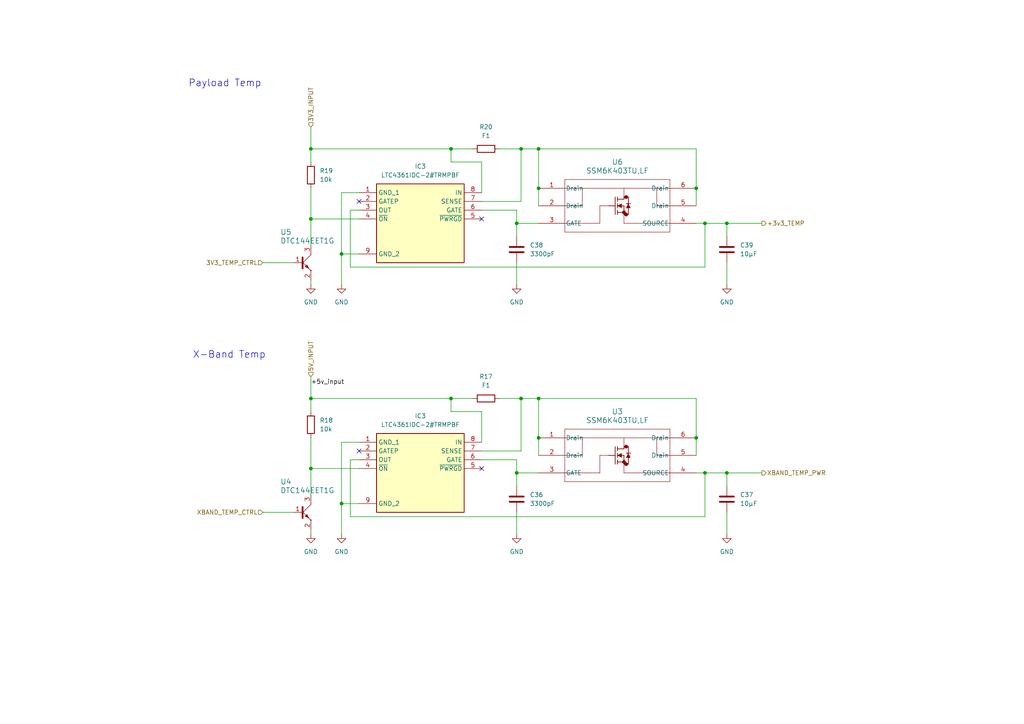
<source format=kicad_sch>
(kicad_sch (version 20230121) (generator eeschema)
  (paper "A4")
  (title_block (title "VERTECS CCB - Temperature Sensor Power Supply") (date "2024-05-28") (rev "1.3") (company "Kyushu Institute of Technology") (comment 1 "See KITUSNE CCB schematic for reference") (comment 2 "Payload Temp OCP set to 1A") (comment 3 "X-Band Temp OCP set to 1A"))
  (lib_symbols
    (symbol "Device:C" (pin_numbers hide) (pin_names (offset 0.254))
      (property "Reference" "C" (at 0.635 2.54 0))
      (property "Value" "C" (at 0.635 -2.54 0))
      (symbol "C_0_1"
        (polyline (pts (xy -2.032 -0.762) (xy 2.032 -0.762)) (stroke (width 0.508)))
        (polyline (pts (xy -2.032 0.762) (xy 2.032 0.762)) (stroke (width 0.508)))
      )
      (symbol "C_1_1"
        (pin passive line (at 0 3.81 270) (length 2.794) (name "~") (number "1"))
        (pin passive line (at 0 -3.81 90) (length 2.794) (name "~") (number "2"))
      )
    )
    (symbol "Device:R" (pin_numbers hide) (pin_names (offset 0))
      (property "Reference" "R" (at 2.032 0 90))
      (property "Value" "R" (at 0 0 90))
      (symbol "R_0_1"
        (rectangle (start -1.016 -2.54) (end 1.016 2.54) (stroke (width 0.254)))
      )
      (symbol "R_1_1"
        (pin passive line (at 0 3.81 270) (length 1.27) (name "~") (number "1"))
        (pin passive line (at 0 -3.81 90) (length 1.27) (name "~") (number "2"))
      )
    )
    (symbol "LTC4361IDC-2#TRMPBF_1"
      (property "Reference" "IC4" (at 17.78 7.62 0))
      (property "Value" "LTC4361IDC-2#TRMPBF" (at 17.78 5.08 0))
      (symbol "LTC4361IDC-2#TRMPBF_1_1_1"
        (rectangle (start 5.08 2.54) (end 30.48 -20.32) (stroke (width 0.254)) (fill (type background)))
        (pin passive line (at 0 0 0) (length 5.08) (name "GND_1") (number "1"))
        (pin passive line (at 0 -2.54 0) (length 5.08) (name "GATEP") (number "2"))
        (pin passive line (at 0 -5.08 0) (length 5.08) (name "OUT") (number "3"))
        (pin passive line (at 0 -7.62 0) (length 5.08) (name "~{ON}") (number "4"))
        (pin passive line (at 35.56 -7.62 180) (length 5.08) (name "~{PWRGD}") (number "5"))
        (pin passive line (at 35.56 -5.08 180) (length 5.08) (name "GATE") (number "6"))
        (pin passive line (at 35.56 -2.54 180) (length 5.08) (name "SENSE") (number "7"))
        (pin passive line (at 35.56 0 180) (length 5.08) (name "IN") (number "8"))
        (pin passive line (at 0 -17.78 0) (length 5.08) (name "GND_2") (number "9"))
      )
    )
    (symbol "VERTECS_CCB_Library:DTC144EET1G" (pin_names (offset 0.254))
      (property "Reference" "U" (at 25.4 10.16 0))
      (property "Value" "DTC144EET1G" (at 25.4 7.62 0))
      (symbol "DTC144EET1G_0_1"
        (polyline (pts (xy 2.54 -0.254) (xy 5.08 2.286)))
        (polyline (pts (xy 2.667 1.524) (xy 2.667 -1.651)) (stroke (width 0.508)) (fill (type outline)))
        (polyline (pts (xy 5.08 2.286) (xy 5.08 2.54)))
        (polyline (pts (xy 5.08 -2.286) (xy 2.54 0.254) (xy 2.54 0.254)))
        (polyline (pts (xy 3.429 -1.143) (xy 3.937 -0.635) (xy 4.445 -1.651) (xy 3.429 -1.143)) (fill (type outline)))
        (circle (center 5.08 -2.286) (radius 0.127))
      )
      (symbol "DTC144EET1G_1_1"
        (pin input line (at 0 0 0) (length 2.54) (name "") (number "1"))
        (pin passive line (at 5.08 -5.08 90) (length 2.54) (name "") (number "2"))
        (pin passive line (at 5.08 5.08 270) (length 2.54) (name "") (number "3"))
      )
    )
    (symbol "VERTECS_CCB_Library:SSM6K411TUTE85L_F" (pin_names (offset 0.254))
      (property "Reference" "U" (at 22.86 10.16 0))
      (property "Value" "SSM6K411TUTE85L_F" (at 22.86 7.62 0))
      (symbol "SSM6K411TUTE85L_F_0_1"
        (polyline (pts (xy 7.62 -10.16) (xy 38.1 -10.16)) (stroke (width 0.127)))
        (polyline (pts (xy 7.62 -7.62) (xy 17.78 -7.62)) (stroke (width 0.127)))
        (polyline (pts (xy 7.62 -2.54) (xy 12.7 -2.54)) (stroke (width 0.127)))
        (polyline (pts (xy 7.62 2.54) (xy 38.1 2.54)) (stroke (width 0.127)))
        (polyline (pts (xy 7.62 5.08) (xy 7.62 -10.16)) (stroke (width 0.127)))
        (polyline (pts (xy 12.7 -2.54) (xy 12.7 2.54)) (stroke (width 0.127)))
        (polyline (pts (xy 17.78 -7.62) (xy 17.78 -2.54)) (stroke (width 0.127)))
        (polyline (pts (xy 17.78 -2.54) (xy 20.32 -2.54)) (stroke (width 0.127)))
        (polyline (pts (xy 20.32 -2.54) (xy 22.225 -2.54)) (stroke (width 0.2032)))
        (polyline (pts (xy 22.225 -5.08) (xy 22.225 0)) (stroke (width 0.2032)))
        (polyline (pts (xy 22.86 -5.08) (xy 22.86 -3.81)) (stroke (width 0.2032)))
        (polyline (pts (xy 22.86 -4.445) (xy 24.765 -4.445)) (stroke (width 0.2032)))
        (polyline (pts (xy 22.86 -3.175) (xy 22.86 -1.905)) (stroke (width 0.2032)))
        (polyline (pts (xy 22.86 -1.27) (xy 22.86 0)) (stroke (width 0.2032)))
        (polyline (pts (xy 22.86 -0.635) (xy 24.765 -0.635)) (stroke (width 0.2032)))
        (polyline (pts (xy 24.13 -2.54) (xy 24.765 -2.54)) (stroke (width 0.2032)))
        (polyline (pts (xy 24.765 -5.08) (xy 24.765 -7.62)) (stroke (width 0.127)))
        (polyline (pts (xy 24.765 -5.08) (xy 24.765 -2.54)) (stroke (width 0.2032)))
        (polyline (pts (xy 24.765 -5.08) (xy 26.035 -5.08)) (stroke (width 0.2032)))
        (polyline (pts (xy 24.765 -0.635) (xy 24.765 0)) (stroke (width 0.2032)))
        (polyline (pts (xy 24.765 0) (xy 24.765 2.54)) (stroke (width 0.127)))
        (polyline (pts (xy 24.765 0) (xy 26.035 0)) (stroke (width 0.2032)))
        (polyline (pts (xy 26.035 -5.08) (xy 26.035 -3.175)) (stroke (width 0.2032)))
        (polyline (pts (xy 26.035 -1.905) (xy 26.035 0)) (stroke (width 0.2032)))
        (polyline (pts (xy 26.67 -1.905) (xy 25.4 -1.905)) (stroke (width 0.2032)))
        (polyline (pts (xy 34.29 -2.54) (xy 34.29 2.54)) (stroke (width 0.127)))
        (polyline (pts (xy 38.1 -10.16) (xy 38.1 5.08)) (stroke (width 0.127)))
        (polyline (pts (xy 38.1 -7.62) (xy 24.765 -7.62)) (stroke (width 0.127)))
        (polyline (pts (xy 38.1 -2.54) (xy 34.29 -2.54)) (stroke (width 0.127)))
        (polyline (pts (xy 38.1 5.08) (xy 7.62 5.08)) (stroke (width 0.127)))
        (polyline (pts (xy 24.13 -1.905) (xy 22.86 -2.54) (xy 24.13 -3.175)) (stroke (width 0.0254)) (fill (type outline)))
        (polyline (pts (xy 26.67 -3.175) (xy 25.4 -3.175) (xy 26.035 -1.905)) (stroke (width 0.0254)) (fill (type outline)))
        (circle (center 24.765 -4.445) (radius 0.0254) (stroke (width 0.508)))
        (circle (center 25.4 -5.08) (radius 0.0254) (stroke (width 0.508)))
        (circle (center 25.4 0) (radius 0.0254) (stroke (width 0.508)))
        (pin unspecified line (at 0 2.54 0) (length 7.62) (name "Drain") (number "1"))
        (pin unspecified line (at 0 -2.54 0) (length 7.62) (name "Drain") (number "2"))
        (pin unspecified line (at 0 -7.62 0) (length 7.62) (name "GATE") (number "3"))
        (pin unspecified line (at 45.72 -7.62 180) (length 7.62) (name "SOURCE") (number "4"))
        (pin unspecified line (at 45.72 -2.54 180) (length 7.62) (name "Drain") (number "5"))
        (pin unspecified line (at 45.72 2.54 180) (length 7.62) (name "Drain") (number "6"))
      )
    )
    (symbol "power:GND" (power) (pin_names (offset 0))
      (property "Value" "GND" (at 0 -3.81 0))
      (symbol "GND_0_1"
        (polyline (pts (xy 0 0) (xy 0 -1.27) (xy 1.27 -1.27) (xy 0 -2.54) (xy -1.27 -1.27) (xy 0 -1.27)))
      )
      (symbol "GND_1_1"
        (pin power_in line (at 0 0 270) (length 0) hide (name "GND") (number "1"))
      )
    )
  )
  (junction (at 99.06 73.66))
  (junction (at 156.21 127))
  (junction (at 210.82 137.16))
  (junction (at 201.93 54.61))
  (junction (at 90.17 115.57))
  (junction (at 130.81 43.18))
  (junction (at 210.82 64.77))
  (junction (at 156.21 43.18))
  (junction (at 99.06 146.05))
  (junction (at 90.17 135.89))
  (junction (at 151.13 43.18))
  (junction (at 204.47 137.16))
  (junction (at 149.86 137.16))
  (junction (at 149.86 64.77))
  (junction (at 204.47 64.77))
  (junction (at 156.21 54.61))
  (junction (at 151.13 115.57))
  (junction (at 156.21 115.57))
  (junction (at 201.93 127))
  (junction (at 130.81 115.57))
  (junction (at 90.17 43.18))
  (junction (at 90.17 63.5))
  (no_connect (at 139.7 135.89))
  (no_connect (at 104.14 130.81))
  (no_connect (at 139.7 63.5))
  (no_connect (at 104.14 58.42))
  (wire (pts (xy 99.06 128.27) (xy 99.06 146.05)))
  (wire (pts (xy 149.86 137.16) (xy 149.86 140.97)))
  (wire (pts (xy 149.86 76.2) (xy 149.86 82.55)))
  (wire (pts (xy 201.93 54.61) (xy 201.93 59.69)))
  (wire (pts (xy 156.21 43.18) (xy 156.21 54.61)))
  (wire (pts (xy 210.82 148.59) (xy 210.82 154.94)))
  (wire (pts (xy 90.17 63.5) (xy 90.17 71.12)))
  (wire (pts (xy 144.78 43.18) (xy 151.13 43.18)))
  (wire (pts (xy 101.6 133.35) (xy 104.14 133.35)))
  (wire (pts (xy 90.17 54.61) (xy 90.17 63.5)))
  (wire (pts (xy 144.78 115.57) (xy 151.13 115.57)))
  (wire (pts (xy 210.82 137.16) (xy 210.82 140.97)))
  (wire (pts (xy 90.17 109.22) (xy 90.17 115.57)))
  (wire (pts (xy 99.06 146.05) (xy 104.14 146.05)))
  (wire (pts (xy 149.86 64.77) (xy 149.86 68.58)))
  (wire (pts (xy 76.2 76.2) (xy 85.09 76.2)))
  (wire (pts (xy 101.6 149.86) (xy 101.6 133.35)))
  (wire (pts (xy 90.17 81.28) (xy 90.17 82.55)))
  (wire (pts (xy 201.93 64.77) (xy 204.47 64.77)))
  (wire (pts (xy 201.93 54.61) (xy 201.93 43.18)))
  (wire (pts (xy 210.82 137.16) (xy 220.98 137.16)))
  (wire (pts (xy 139.7 128.27) (xy 139.7 119.38)))
  (wire (pts (xy 149.86 60.96) (xy 149.86 64.77)))
  (wire (pts (xy 204.47 137.16) (xy 204.47 149.86)))
  (wire (pts (xy 101.6 77.47) (xy 101.6 60.96)))
  (wire (pts (xy 90.17 43.18) (xy 130.81 43.18)))
  (wire (pts (xy 90.17 153.67) (xy 90.17 154.94)))
  (wire (pts (xy 151.13 130.81) (xy 151.13 115.57)))
  (wire (pts (xy 210.82 64.77) (xy 210.82 68.58)))
  (wire (pts (xy 139.7 133.35) (xy 149.86 133.35)))
  (wire (pts (xy 156.21 54.61) (xy 156.21 59.69)))
  (wire (pts (xy 130.81 119.38) (xy 130.81 115.57)))
  (wire (pts (xy 130.81 46.99) (xy 130.81 43.18)))
  (wire (pts (xy 204.47 149.86) (xy 101.6 149.86)))
  (wire (pts (xy 130.81 115.57) (xy 137.16 115.57)))
  (wire (pts (xy 149.86 133.35) (xy 149.86 137.16)))
  (wire (pts (xy 104.14 63.5) (xy 90.17 63.5)))
  (wire (pts (xy 76.2 148.59) (xy 85.09 148.59)))
  (wire (pts (xy 90.17 135.89) (xy 90.17 143.51)))
  (wire (pts (xy 151.13 43.18) (xy 156.21 43.18)))
  (wire (pts (xy 201.93 127) (xy 201.93 132.08)))
  (wire (pts (xy 139.7 58.42) (xy 151.13 58.42)))
  (wire (pts (xy 104.14 55.88) (xy 99.06 55.88)))
  (wire (pts (xy 99.06 55.88) (xy 99.06 73.66)))
  (wire (pts (xy 139.7 119.38) (xy 130.81 119.38)))
  (wire (pts (xy 149.86 148.59) (xy 149.86 154.94)))
  (wire (pts (xy 104.14 128.27) (xy 99.06 128.27)))
  (wire (pts (xy 101.6 60.96) (xy 104.14 60.96)))
  (wire (pts (xy 99.06 73.66) (xy 104.14 73.66)))
  (wire (pts (xy 139.7 46.99) (xy 130.81 46.99)))
  (wire (pts (xy 99.06 146.05) (xy 99.06 154.94)))
  (wire (pts (xy 204.47 77.47) (xy 101.6 77.47)))
  (wire (pts (xy 210.82 64.77) (xy 220.98 64.77)))
  (wire (pts (xy 90.17 43.18) (xy 90.17 46.99)))
  (wire (pts (xy 151.13 115.57) (xy 156.21 115.57)))
  (wire (pts (xy 130.81 43.18) (xy 137.16 43.18)))
  (wire (pts (xy 149.86 64.77) (xy 156.21 64.77)))
  (wire (pts (xy 90.17 127) (xy 90.17 135.89)))
  (wire (pts (xy 139.7 55.88) (xy 139.7 46.99)))
  (wire (pts (xy 151.13 58.42) (xy 151.13 43.18)))
  (wire (pts (xy 201.93 137.16) (xy 204.47 137.16)))
  (wire (pts (xy 149.86 137.16) (xy 156.21 137.16)))
  (wire (pts (xy 90.17 36.83) (xy 90.17 43.18)))
  (wire (pts (xy 201.93 43.18) (xy 156.21 43.18)))
  (wire (pts (xy 156.21 127) (xy 156.21 132.08)))
  (wire (pts (xy 99.06 73.66) (xy 99.06 82.55)))
  (wire (pts (xy 201.93 115.57) (xy 156.21 115.57)))
  (wire (pts (xy 156.21 115.57) (xy 156.21 127)))
  (wire (pts (xy 139.7 130.81) (xy 151.13 130.81)))
  (wire (pts (xy 90.17 115.57) (xy 90.17 119.38)))
  (wire (pts (xy 139.7 60.96) (xy 149.86 60.96)))
  (wire (pts (xy 201.93 127) (xy 201.93 115.57)))
  (wire (pts (xy 204.47 137.16) (xy 210.82 137.16)))
  (wire (pts (xy 90.17 115.57) (xy 130.81 115.57)))
  (wire (pts (xy 104.14 135.89) (xy 90.17 135.89)))
  (wire (pts (xy 210.82 76.2) (xy 210.82 82.55)))
  (wire (pts (xy 204.47 64.77) (xy 204.47 77.47)))
  (wire (pts (xy 204.47 64.77) (xy 210.82 64.77)))
  (text "X-Band Temp" (at 55.88 104.14 0) (effects (font (size 2 2)) (justify left bottom)))
  (text "Payload Temp" (at 54.61 25.4 0) (effects (font (size 2 2)) (justify left bottom)))
  (label "+5v_input" (at 90.17 111.76 0))
  (hierarchical_label "XBAND_TEMP_PWR" (shape output) (at 220.98 137.16 0))
  (hierarchical_label "XBAND_TEMP_CTRL" (shape input) (at 76.2 148.59 180))
  (hierarchical_label "3V3_TEMP_CTRL" (shape input) (at 76.2 76.2 180))
  (hierarchical_label "5V_INPUT" (shape input) (at 90.17 109.22 90))
  (hierarchical_label "+3v3_TEMP" (shape output) (at 220.98 64.77 0))
  (hierarchical_label "3V3_INPUT" (shape input) (at 90.17 36.83 90))
  (symbol (lib_id "Device:R") (at 140.97 115.57 90) (unit 1)
    (property "Reference" "R17" (at 140.97 109.22 90))
    (property "Value" "F1" (at 140.97 111.76 90))
    (property "Footprint" "Resistor_SMD:R_0805_2012Metric" (effects hide))
    (property "Datasheet" "https://www.koaspeer.com/catimages/Products/SR73-RT/SR73-RT.pdf" (effects hide))
    (property "Manufacturer_Name" "KOA" (effects hide))
    (property "Manufacturer_Part_Number" "SR732ARTTD1R00F" (effects hide))
    (property "Mouser Part Number" "660-SR732ARTTD1R00F" (effects hide))
    (property "Mouser Price/Stock" "https://www.mouser.jp/ProductDetail/KOA-Speer/SR732ARTTD1R00F?qs=u4fy%2FsgLU9OR6jmMaJjN%2Fw%3D%3D" (effects hide))
    (instances (project "VERTECS_CCB_A" (path "" (reference "R17") (unit 1)) (path "" (reference "R34") (unit 1)) (path "" (reference "R62") (unit 1))))
  )
  (symbol (lib_id "power:GND") (at 99.06 154.94 0) (unit 1)
    (property "Reference" "#PWR043" (effects hide))
    (property "Value" "GND" (at 99.06 160.02 0))
    (instances (project "VERTECS_CCB_A" (path "" (reference "#PWR043") (unit 1)) (path "" (reference "#PWR067") (unit 1)) (path "" (reference "#PWR096") (unit 1))))
  )
  (symbol (lib_name "LTC4361IDC-2#TRMPBF_1") (lib_id "VERTECS_CCB_Library:LTC4361IDC-2#TRMPBF") (at 104.14 128.27 0) (unit 1)
    (property "Reference" "IC3" (at 121.92 120.65 0))
    (property "Value" "LTC4361IDC-2#TRMPBF" (at 121.92 123.19 0))
    (property "Footprint" "Package_DFN_QFN:DFN-8-1EP_2x2mm_P0.5mm_EP0.8x1.6mm" (effects hide))
    (property "Datasheet" "https://www.analog.com/media/en/technical-documentation/data-sheets/ltc4361-1-4361-2.pdf" (effects hide))
    (property "Height" "0.8" (effects hide))
    (property "Mouser Part Number" "584-C4361IDC-2TRMPBF" (effects hide))
    (property "Mouser Price/Stock" "https://www.mouser.co.uk/ProductDetail/Analog-Devices/LTC4361IDC-2TRMPBF?qs=hVkxg5c3xu8HFOGoKycDRQ%3D%3D" (effects hide))
    (property "Manufacturer_Name" "Analog Devices" (effects hide))
    (property "Manufacturer_Part_Number" "LTC4361IDC-2#TRMPBF" (effects hide))
    (instances (project "VERTECS_CCB_A" (path "" (reference "IC3") (unit 1)) (path "" (reference "IC4") (unit 1)) (path "" (reference "IC6") (unit 1))))
  )
  (symbol (lib_id "power:GND") (at 99.06 82.55 0) (unit 1)
    (property "Reference" "#PWR048" (effects hide))
    (property "Value" "GND" (at 99.06 87.63 0))
    (instances (project "VERTECS_CCB_A" (path "" (reference "#PWR048") (unit 1)) (path "" (reference "#PWR043") (unit 1)) (path "" (reference "#PWR092") (unit 1))))
  )
  (symbol (lib_id "Device:C") (at 210.82 144.78 0) (unit 1)
    (property "Reference" "C37" (at 214.63 143.51 0) (effects (justify left)))
    (property "Value" "10µF" (at 214.63 146.05 0) (effects (justify left)))
    (property "Footprint" "Resistor_SMD:R_0402_1005Metric" (effects hide))
    (property "Datasheet" "https://www.mouser.com/datasheet/2/281/1/GRM155R61A106ME11_01A-1983731.pdf" (effects hide))
    (property "Manufacturer_Name" "MURATA" (effects hide))
    (property "Manufacturer_Part_Number" "GRM155R61A106M" (effects hide))
    (property "Mouser Part Number" "81-GRM155R61A106ME1D" (effects hide))
    (property "Mouser Price/Stock" "https://www.mouser.com/ProductDetail/Murata-Electronics/GRM155R61A106ME11D?qs=xZ%2FP%252Ba9zWqZMJSi57Q8OyA%3D%3D" (effects hide))
    (instances (project "VERTECS_CCB_A" (path "" (reference "C37") (unit 1)) (path "" (reference "C42") (unit 1)) (path "" (reference "C62") (unit 1))))
  )
  (symbol (lib_id "power:GND") (at 210.82 82.55 0) (unit 1)
    (property "Reference" "#PWR050" (effects hide))
    (property "Value" "GND" (at 210.82 87.63 0))
    (instances (project "VERTECS_CCB_A" (path "" (reference "#PWR050") (unit 1)) (path "" (reference "#PWR047") (unit 1)) (path "" (reference "#PWR094") (unit 1))))
  )
  (symbol (lib_id "Device:R") (at 90.17 50.8 0) (unit 1)
    (property "Reference" "R19" (at 92.71 49.53 0) (effects (justify left)))
    (property "Value" "10k" (at 92.71 52.07 0) (effects (justify left)))
    (property "Footprint" "Resistor_SMD:R_0402_1005Metric" (effects hide))
    (property "Manufacturer_Name" "KOA" (effects hide))
    (property "Manufacturer_Part_Number" "RK73H1ETTP1002F" (effects hide))
    (instances (project "VERTECS_CCB_A" (path "" (reference "R19") (unit 1)) (path "" (reference "R17") (unit 1)) (path "" (reference "R61") (unit 1))))
  )
  (symbol (lib_name "LTC4361IDC-2#TRMPBF_1") (lib_id "VERTECS_CCB_Library:LTC4361IDC-2#TRMPBF") (at 104.14 55.88 0) (unit 1)
    (property "Reference" "IC3" (at 121.92 48.26 0))
    (property "Value" "LTC4361IDC-2#TRMPBF" (at 121.92 50.8 0))
    (property "Footprint" "Package_DFN_QFN:DFN-8-1EP_2x2mm_P0.5mm_EP0.8x1.6mm" (effects hide))
    (property "Datasheet" "https://www.analog.com/media/en/technical-documentation/data-sheets/ltc4361-1-4361-2.pdf" (effects hide))
    (property "Height" "0.8" (effects hide))
    (property "Mouser Part Number" "584-C4361IDC-2TRMPBF" (effects hide))
    (property "Mouser Price/Stock" "https://www.mouser.co.uk/ProductDetail/Analog-Devices/LTC4361IDC-2TRMPBF?qs=hVkxg5c3xu8HFOGoKycDRQ%3D%3D" (effects hide))
    (property "Manufacturer_Name" "Analog Devices" (effects hide))
    (property "Manufacturer_Part_Number" "LTC4361IDC-2#TRMPBF" (effects hide))
    (instances (project "VERTECS_CCB_A" (path "" (reference "IC3") (unit 1)) (path "" (reference "IC3") (unit 1)) (path "" (reference "IC5") (unit 1))))
  )
  (symbol (lib_id "VERTECS_CCB_Library:SSM6K411TUTE85L_F") (at 156.21 129.54 0) (unit 1)
    (property "Reference" "U3" (at 179.07 119.38 0) (effects (font (size 1.524 1.524))))
    (property "Value" "SSM6K403TU,LF" (at 179.07 121.92 0) (effects (font (size 1.524 1.524))))
    (property "Footprint" "VERTECS_CCB_Library:UF6_TOS" (effects hide))
    (property "Datasheet" "https://www.mouser.jp/datasheet/2/408/SSM6K403TU_datasheet_en_20220202-1916123.pdf" (effects hide))
    (property "Manufacturer_Name" "Toshiba" (effects hide))
    (property "Manufacturer_Part_Number" "SSM6K403TU,LF" (effects hide))
    (property "Mouser Part Number" "757-SSM6K403TULF" (effects hide))
    (property "Mouser Price/Stock" "https://www.mouser.jp/ProductDetail/Toshiba/SSM6K403TULF?qs=pzVvXTvk9PzSone6Qjzwzg%3D%3D&gclid=CjwKCAjwyNSoBhA9EiwA5aYlb5D-b6umCAEdP_gpZ_ElQWEQwh5coMZ78fJD-AQMJHtS1gmZ3D95eBoCksMQAvD_BwE" (effects hide))
    (instances (project "VERTECS_CCB_A" (path "" (reference "U3") (unit 1)) (path "" (reference "U5") (unit 1)) (path "" (reference "U13") (unit 1))))
  )
  (symbol (lib_id "Device:C") (at 149.86 144.78 0) (unit 1)
    (property "Reference" "C36" (at 153.67 143.51 0) (effects (justify left)))
    (property "Value" "3300pF" (at 153.67 146.05 0) (effects (justify left)))
    (property "Footprint" "Resistor_SMD:R_0402_1005Metric" (effects hide))
    (property "Manufacturer_Name" "MURATA" (effects hide))
    (property "Manufacturer_Part_Number" "GRM155B11H332K" (effects hide))
    (instances (project "VERTECS_CCB_A" (path "" (reference "C36") (unit 1)) (path "" (reference "C41") (unit 1)) (path "" (reference "C61") (unit 1))))
  )
  (symbol (lib_id "power:GND") (at 149.86 154.94 0) (unit 1)
    (property "Reference" "#PWR044" (effects hide))
    (property "Value" "GND" (at 149.86 160.02 0))
    (instances (project "VERTECS_CCB_A" (path "" (reference "#PWR044") (unit 1)) (path "" (reference "#PWR068") (unit 1)) (path "" (reference "#PWR097") (unit 1))))
  )
  (symbol (lib_id "Device:R") (at 90.17 123.19 0) (unit 1)
    (property "Reference" "R18" (at 92.71 121.92 0) (effects (justify left)))
    (property "Value" "10k" (at 92.71 124.46 0) (effects (justify left)))
    (property "Footprint" "Resistor_SMD:R_0402_1005Metric" (effects hide))
    (property "Manufacturer_Name" "KOA" (effects hide))
    (property "Manufacturer_Part_Number" "RK73H1ETTP1002F" (effects hide))
    (instances (project "VERTECS_CCB_A" (path "" (reference "R18") (unit 1)) (path "" (reference "R35") (unit 1)) (path "" (reference "R63") (unit 1))))
  )
  (symbol (lib_id "power:GND") (at 90.17 82.55 0) (unit 1)
    (property "Reference" "#PWR047" (effects hide))
    (property "Value" "GND" (at 90.17 87.63 0))
    (instances (project "VERTECS_CCB_A" (path "" (reference "#PWR047") (unit 1)) (path "" (reference "#PWR041") (unit 1)) (path "" (reference "#PWR091") (unit 1))))
  )
  (symbol (lib_id "power:GND") (at 90.17 154.94 0) (unit 1)
    (property "Reference" "#PWR046" (effects hide))
    (property "Value" "GND" (at 90.17 160.02 0))
    (instances (project "VERTECS_CCB_A" (path "" (reference "#PWR046") (unit 1)) (path "" (reference "#PWR066") (unit 1)) (path "" (reference "#PWR095") (unit 1))))
  )
  (symbol (lib_id "VERTECS_CCB_Library:DTC144EET1G") (at 85.09 76.2 0) (unit 1)
    (property "Reference" "U5" (at 81.28 67.31 0) (effects (font (size 1.524 1.524)) (justify left)))
    (property "Value" "DTC144EET1G" (at 81.28 69.85 0) (effects (font (size 1.524 1.524)) (justify left)))
    (property "Footprint" "VERTECS_CCB_Library:DTC144EET1G" (effects hide))
    (property "Datasheet" "https://www.mouser.jp/datasheet/2/308/1/DTC144E_D-2310824.pdf" (effects hide))
    (property "Manufacturer_Name" "onsemi" (effects hide))
    (property "Manufacturer_Part_Number" "DTC144EET1G" (effects hide))
    (property "Mouser Part Number" "863-DTC144EET1G" (effects hide))
    (property "Mouser Price/Stock" "https://www.mouser.jp/ProductDetail/onsemi/DTC144EET1G?qs=2OtswVQKCOGzUGumeHaiRw%3D%3D" (effects hide))
    (instances (project "VERTECS_CCB_A" (path "" (reference "U5") (unit 1)) (path "" (reference "U4") (unit 1)) (path "" (reference "U12") (unit 1))))
  )
  (symbol (lib_id "Device:C") (at 149.86 72.39 0) (unit 1)
    (property "Reference" "C38" (at 153.67 71.12 0) (effects (justify left)))
    (property "Value" "3300pF" (at 153.67 73.66 0) (effects (justify left)))
    (property "Footprint" "Resistor_SMD:R_0402_1005Metric" (effects hide))
    (property "Manufacturer_Name" "MURATA" (effects hide))
    (property "Manufacturer_Part_Number" "GRM155B11H332K" (effects hide))
    (instances (project "VERTECS_CCB_A" (path "" (reference "C38") (unit 1)) (path "" (reference "C34") (unit 1)) (path "" (reference "C59") (unit 1))))
  )
  (symbol (lib_id "VERTECS_CCB_Library:SSM6K411TUTE85L_F") (at 156.21 57.15 0) (unit 1)
    (property "Reference" "U6" (at 179.07 46.99 0) (effects (font (size 1.524 1.524))))
    (property "Value" "SSM6K403TU,LF" (at 179.07 49.53 0) (effects (font (size 1.524 1.524))))
    (property "Footprint" "VERTECS_CCB_Library:UF6_TOS" (effects hide))
    (property "Datasheet" "https://www.mouser.jp/datasheet/2/408/SSM6K403TU_datasheet_en_20220202-1916123.pdf" (effects hide))
    (property "Manufacturer_Name" "Toshiba" (effects hide))
    (property "Manufacturer_Part_Number" "SSM6K403TU,LF" (effects hide))
    (property "Mouser Part Number" "757-SSM6K403TULF" (effects hide))
    (property "Mouser Price/Stock" "https://www.mouser.jp/ProductDetail/Toshiba/SSM6K403TULF?qs=pzVvXTvk9PzSone6Qjzwzg%3D%3D&gclid=CjwKCAjwyNSoBhA9EiwA5aYlb5D-b6umCAEdP_gpZ_ElQWEQwh5coMZ78fJD-AQMJHtS1gmZ3D95eBoCksMQAvD_BwE" (effects hide))
    (instances (project "VERTECS_CCB_A" (path "" (reference "U6") (unit 1)) (path "" (reference "U6") (unit 1)) (path "" (reference "U11") (unit 1))))
  )
  (symbol (lib_id "power:GND") (at 149.86 82.55 0) (unit 1)
    (property "Reference" "#PWR049" (effects hide))
    (property "Value" "GND" (at 149.86 87.63 0))
    (instances (project "VERTECS_CCB_A" (path "" (reference "#PWR049") (unit 1)) (path "" (reference "#PWR045") (unit 1)) (path "" (reference "#PWR093") (unit 1))))
  )
  (symbol (lib_id "power:GND") (at 210.82 154.94 0) (unit 1)
    (property "Reference" "#PWR045" (effects hide))
    (property "Value" "GND" (at 210.82 160.02 0))
    (instances (project "VERTECS_CCB_A" (path "" (reference "#PWR045") (unit 1)) (path "" (reference "#PWR069") (unit 1)) (path "" (reference "#PWR098") (unit 1))))
  )
  (symbol (lib_id "VERTECS_CCB_Library:DTC144EET1G") (at 85.09 148.59 0) (unit 1)
    (property "Reference" "U4" (at 81.28 139.7 0) (effects (font (size 1.524 1.524)) (justify left)))
    (property "Value" "DTC144EET1G" (at 81.28 142.24 0) (effects (font (size 1.524 1.524)) (justify left)))
    (property "Footprint" "VERTECS_CCB_Library:DTC144EET1G" (effects hide))
    (property "Datasheet" "https://www.mouser.jp/datasheet/2/308/1/DTC144E_D-2310824.pdf" (effects hide))
    (property "Manufacturer_Name" "onsemi" (effects hide))
    (property "Manufacturer_Part_Number" "DTC144EET1G" (effects hide))
    (property "Mouser Part Number" "863-DTC144EET1G" (effects hide))
    (property "Mouser Price/Stock" "https://www.mouser.jp/ProductDetail/onsemi/DTC144EET1G?qs=2OtswVQKCOGzUGumeHaiRw%3D%3D" (effects hide))
    (instances (project "VERTECS_CCB_A" (path "" (reference "U4") (unit 1)) (path "" (reference "U6") (unit 1)) (path "" (reference "U14") (unit 1))))
  )
  (symbol (lib_id "Device:C") (at 210.82 72.39 0) (unit 1)
    (property "Reference" "C39" (at 214.63 71.12 0) (effects (justify left)))
    (property "Value" "10µF" (at 214.63 73.66 0) (effects (justify left)))
    (property "Footprint" "Resistor_SMD:R_0402_1005Metric" (effects hide))
    (property "Datasheet" "https://www.mouser.com/datasheet/2/281/1/GRM155R61A106ME11_01A-1983731.pdf" (effects hide))
    (property "Manufacturer_Name" "MURATA" (effects hide))
    (property "Manufacturer_Part_Number" "GRM155R61A106M" (effects hide))
    (property "Mouser Part Number" "81-GRM155R61A106ME1D" (effects hide))
    (property "Mouser Price/Stock" "https://www.mouser.com/ProductDetail/Murata-Electronics/GRM155R61A106ME11D?qs=xZ%2FP%252Ba9zWqZMJSi57Q8OyA%3D%3D" (effects hide))
    (instances (project "VERTECS_CCB_A" (path "" (reference "C39") (unit 1)) (path "" (reference "C36") (unit 1)) (path "" (reference "C60") (unit 1))))
  )
  (symbol (lib_id "Device:R") (at 140.97 43.18 90) (unit 1)
    (property "Reference" "R20" (at 140.97 36.83 90))
    (property "Value" "F1" (at 140.97 39.37 90))
    (property "Footprint" "Resistor_SMD:R_0805_2012Metric" (effects hide))
    (property "Datasheet" "https://www.koaspeer.com/catimages/Products/SR73-RT/SR73-RT.pdf" (effects hide))
    (property "Manufacturer_Name" "KOA" (effects hide))
    (property "Manufacturer_Part_Number" "SR732ARTTD1R00F" (effects hide))
    (property "Mouser Part Number" "660-SR732ARTTD1R00F" (effects hide))
    (property "Mouser Price/Stock" "https://www.mouser.jp/ProductDetail/KOA-Speer/SR732ARTTD1R00F?qs=u4fy%2FsgLU9OR6jmMaJjN%2Fw%3D%3D" (effects hide))
    (instances (project "VERTECS_CCB_A" (path "" (reference "R20") (unit 1)) (path "" (reference "R19") (unit 1)) (path "" (reference "R60") (unit 1))))
  )
)
</source>
